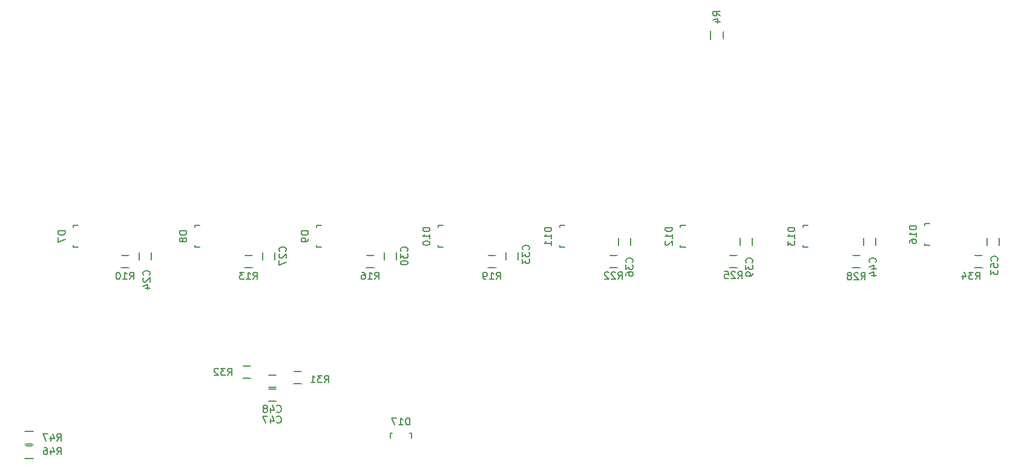
<source format=gbo>
G04 #@! TF.FileFunction,Legend,Bot*
%FSLAX46Y46*%
G04 Gerber Fmt 4.6, Leading zero omitted, Abs format (unit mm)*
G04 Created by KiCad (PCBNEW 4.0.2-stable) date 4/21/2016 10:24:52 PM*
%MOMM*%
G01*
G04 APERTURE LIST*
%ADD10C,0.100000*%
%ADD11C,0.150000*%
%ADD12R,2.300000X2.400000*%
%ADD13C,2.300000*%
%ADD14R,1.650000X1.400000*%
%ADD15R,1.400000X1.650000*%
%ADD16R,1.200100X1.200100*%
%ADD17R,2.432000X2.127200*%
%ADD18O,2.432000X2.127200*%
%ADD19R,2.127200X2.127200*%
%ADD20O,2.127200X2.127200*%
%ADD21R,2.127200X2.432000*%
%ADD22O,2.127200X2.432000*%
%ADD23R,1.700000X1.100000*%
%ADD24R,1.100000X1.700000*%
%ADD25O,2.940000X2.432000*%
%ADD26C,1.924000*%
%ADD27R,2.300000X2.300000*%
%ADD28R,1.670000X1.670000*%
G04 APERTURE END LIST*
D10*
D11*
X29308000Y31948000D02*
X29308000Y30948000D01*
X27608000Y30948000D02*
X27608000Y31948000D01*
X46580000Y31948000D02*
X46580000Y30948000D01*
X44880000Y30948000D02*
X44880000Y31948000D01*
X63598000Y31948000D02*
X63598000Y30948000D01*
X61898000Y30948000D02*
X61898000Y31948000D01*
X80616000Y31948000D02*
X80616000Y30948000D01*
X78916000Y30948000D02*
X78916000Y31948000D01*
X96364000Y33980000D02*
X96364000Y32980000D01*
X94664000Y32980000D02*
X94664000Y33980000D01*
X113382000Y33980000D02*
X113382000Y32980000D01*
X111682000Y32980000D02*
X111682000Y33980000D01*
X130654000Y33980000D02*
X130654000Y32980000D01*
X128954000Y32980000D02*
X128954000Y33980000D01*
X45738000Y12850000D02*
X46738000Y12850000D01*
X46738000Y11150000D02*
X45738000Y11150000D01*
X45738000Y14772000D02*
X46738000Y14772000D01*
X46738000Y13072000D02*
X45738000Y13072000D01*
X147926000Y33980000D02*
X147926000Y32980000D01*
X146226000Y32980000D02*
X146226000Y33980000D01*
X18425000Y32942840D02*
X18425000Y32991100D01*
X19126040Y35741820D02*
X18425000Y35741820D01*
X18425000Y35741820D02*
X18425000Y35492900D01*
X18425000Y32942840D02*
X18425000Y32742180D01*
X18425000Y32742180D02*
X19126040Y32742180D01*
X35427760Y32942840D02*
X35427760Y32991100D01*
X36128800Y35741820D02*
X35427760Y35741820D01*
X35427760Y35741820D02*
X35427760Y35492900D01*
X35427760Y32942840D02*
X35427760Y32742180D01*
X35427760Y32742180D02*
X36128800Y32742180D01*
X52445760Y32942840D02*
X52445760Y32991100D01*
X53146800Y35741820D02*
X52445760Y35741820D01*
X52445760Y35741820D02*
X52445760Y35492900D01*
X52445760Y32942840D02*
X52445760Y32742180D01*
X52445760Y32742180D02*
X53146800Y32742180D01*
X69463760Y32942840D02*
X69463760Y32991100D01*
X70164800Y35741820D02*
X69463760Y35741820D01*
X69463760Y35741820D02*
X69463760Y35492900D01*
X69463760Y32942840D02*
X69463760Y32742180D01*
X69463760Y32742180D02*
X70164800Y32742180D01*
X86481760Y32942840D02*
X86481760Y32991100D01*
X87182800Y35741820D02*
X86481760Y35741820D01*
X86481760Y35741820D02*
X86481760Y35492900D01*
X86481760Y32942840D02*
X86481760Y32742180D01*
X86481760Y32742180D02*
X87182800Y32742180D01*
X103349000Y32942840D02*
X103349000Y32991100D01*
X104050040Y35741820D02*
X103349000Y35741820D01*
X103349000Y35741820D02*
X103349000Y35492900D01*
X103349000Y32942840D02*
X103349000Y32742180D01*
X103349000Y32742180D02*
X104050040Y32742180D01*
X120517760Y32942840D02*
X120517760Y32991100D01*
X121218800Y35741820D02*
X120517760Y35741820D01*
X120517760Y35741820D02*
X120517760Y35492900D01*
X120517760Y32942840D02*
X120517760Y32742180D01*
X120517760Y32742180D02*
X121218800Y32742180D01*
X137535760Y33196840D02*
X137535760Y33245100D01*
X138236800Y35995820D02*
X137535760Y35995820D01*
X137535760Y35995820D02*
X137535760Y35746900D01*
X137535760Y33196840D02*
X137535760Y32996180D01*
X137535760Y32996180D02*
X138236800Y32996180D01*
X62950840Y6650240D02*
X62999100Y6650240D01*
X65749820Y5949200D02*
X65749820Y6650240D01*
X65749820Y6650240D02*
X65500900Y6650240D01*
X62950840Y6650240D02*
X62750180Y6650240D01*
X62750180Y6650240D02*
X62750180Y5949200D01*
X107593000Y63036000D02*
X107593000Y61836000D01*
X109343000Y61836000D02*
X109343000Y63036000D01*
X25064000Y29811000D02*
X26264000Y29811000D01*
X26264000Y31561000D02*
X25064000Y31561000D01*
X42336000Y29811000D02*
X43536000Y29811000D01*
X43536000Y31561000D02*
X42336000Y31561000D01*
X59354000Y29811000D02*
X60554000Y29811000D01*
X60554000Y31561000D02*
X59354000Y31561000D01*
X76372000Y29811000D02*
X77572000Y29811000D01*
X77572000Y31561000D02*
X76372000Y31561000D01*
X93390000Y29811000D02*
X94590000Y29811000D01*
X94590000Y31561000D02*
X93390000Y31561000D01*
X110154000Y29811000D02*
X111354000Y29811000D01*
X111354000Y31561000D02*
X110154000Y31561000D01*
X127360000Y29811000D02*
X128560000Y29811000D01*
X128560000Y31561000D02*
X127360000Y31561000D01*
X50394000Y15305000D02*
X49194000Y15305000D01*
X49194000Y13555000D02*
X50394000Y13555000D01*
X42082000Y14317000D02*
X43282000Y14317000D01*
X43282000Y16067000D02*
X42082000Y16067000D01*
X144444000Y29811000D02*
X145644000Y29811000D01*
X145644000Y31561000D02*
X144444000Y31561000D01*
X12850000Y4875000D02*
X11650000Y4875000D01*
X11650000Y3125000D02*
X12850000Y3125000D01*
X12850000Y6875000D02*
X11650000Y6875000D01*
X11650000Y5125000D02*
X12850000Y5125000D01*
X29069143Y28788857D02*
X29116762Y28836476D01*
X29164381Y28979333D01*
X29164381Y29074571D01*
X29116762Y29217429D01*
X29021524Y29312667D01*
X28926286Y29360286D01*
X28735810Y29407905D01*
X28592952Y29407905D01*
X28402476Y29360286D01*
X28307238Y29312667D01*
X28212000Y29217429D01*
X28164381Y29074571D01*
X28164381Y28979333D01*
X28212000Y28836476D01*
X28259619Y28788857D01*
X28259619Y28407905D02*
X28212000Y28360286D01*
X28164381Y28265048D01*
X28164381Y28026952D01*
X28212000Y27931714D01*
X28259619Y27884095D01*
X28354857Y27836476D01*
X28450095Y27836476D01*
X28592952Y27884095D01*
X29164381Y28455524D01*
X29164381Y27836476D01*
X28497714Y26979333D02*
X29164381Y26979333D01*
X28116762Y27217429D02*
X28831048Y27455524D01*
X28831048Y26836476D01*
X48107143Y32142857D02*
X48154762Y32190476D01*
X48202381Y32333333D01*
X48202381Y32428571D01*
X48154762Y32571429D01*
X48059524Y32666667D01*
X47964286Y32714286D01*
X47773810Y32761905D01*
X47630952Y32761905D01*
X47440476Y32714286D01*
X47345238Y32666667D01*
X47250000Y32571429D01*
X47202381Y32428571D01*
X47202381Y32333333D01*
X47250000Y32190476D01*
X47297619Y32142857D01*
X47297619Y31761905D02*
X47250000Y31714286D01*
X47202381Y31619048D01*
X47202381Y31380952D01*
X47250000Y31285714D01*
X47297619Y31238095D01*
X47392857Y31190476D01*
X47488095Y31190476D01*
X47630952Y31238095D01*
X48202381Y31809524D01*
X48202381Y31190476D01*
X47202381Y30857143D02*
X47202381Y30190476D01*
X48202381Y30619048D01*
X65107143Y32142857D02*
X65154762Y32190476D01*
X65202381Y32333333D01*
X65202381Y32428571D01*
X65154762Y32571429D01*
X65059524Y32666667D01*
X64964286Y32714286D01*
X64773810Y32761905D01*
X64630952Y32761905D01*
X64440476Y32714286D01*
X64345238Y32666667D01*
X64250000Y32571429D01*
X64202381Y32428571D01*
X64202381Y32333333D01*
X64250000Y32190476D01*
X64297619Y32142857D01*
X64202381Y31809524D02*
X64202381Y31190476D01*
X64583333Y31523810D01*
X64583333Y31380952D01*
X64630952Y31285714D01*
X64678571Y31238095D01*
X64773810Y31190476D01*
X65011905Y31190476D01*
X65107143Y31238095D01*
X65154762Y31285714D01*
X65202381Y31380952D01*
X65202381Y31666667D01*
X65154762Y31761905D01*
X65107143Y31809524D01*
X64202381Y30571429D02*
X64202381Y30476190D01*
X64250000Y30380952D01*
X64297619Y30333333D01*
X64392857Y30285714D01*
X64583333Y30238095D01*
X64821429Y30238095D01*
X65011905Y30285714D01*
X65107143Y30333333D01*
X65154762Y30380952D01*
X65202381Y30476190D01*
X65202381Y30571429D01*
X65154762Y30666667D01*
X65107143Y30714286D01*
X65011905Y30761905D01*
X64821429Y30809524D01*
X64583333Y30809524D01*
X64392857Y30761905D01*
X64297619Y30714286D01*
X64250000Y30666667D01*
X64202381Y30571429D01*
X82155143Y32344857D02*
X82202762Y32392476D01*
X82250381Y32535333D01*
X82250381Y32630571D01*
X82202762Y32773429D01*
X82107524Y32868667D01*
X82012286Y32916286D01*
X81821810Y32963905D01*
X81678952Y32963905D01*
X81488476Y32916286D01*
X81393238Y32868667D01*
X81298000Y32773429D01*
X81250381Y32630571D01*
X81250381Y32535333D01*
X81298000Y32392476D01*
X81345619Y32344857D01*
X81250381Y32011524D02*
X81250381Y31392476D01*
X81631333Y31725810D01*
X81631333Y31582952D01*
X81678952Y31487714D01*
X81726571Y31440095D01*
X81821810Y31392476D01*
X82059905Y31392476D01*
X82155143Y31440095D01*
X82202762Y31487714D01*
X82250381Y31582952D01*
X82250381Y31868667D01*
X82202762Y31963905D01*
X82155143Y32011524D01*
X81250381Y31059143D02*
X81250381Y30440095D01*
X81631333Y30773429D01*
X81631333Y30630571D01*
X81678952Y30535333D01*
X81726571Y30487714D01*
X81821810Y30440095D01*
X82059905Y30440095D01*
X82155143Y30487714D01*
X82202762Y30535333D01*
X82250381Y30630571D01*
X82250381Y30916286D01*
X82202762Y31011524D01*
X82155143Y31059143D01*
X96633143Y30566857D02*
X96680762Y30614476D01*
X96728381Y30757333D01*
X96728381Y30852571D01*
X96680762Y30995429D01*
X96585524Y31090667D01*
X96490286Y31138286D01*
X96299810Y31185905D01*
X96156952Y31185905D01*
X95966476Y31138286D01*
X95871238Y31090667D01*
X95776000Y30995429D01*
X95728381Y30852571D01*
X95728381Y30757333D01*
X95776000Y30614476D01*
X95823619Y30566857D01*
X95728381Y30233524D02*
X95728381Y29614476D01*
X96109333Y29947810D01*
X96109333Y29804952D01*
X96156952Y29709714D01*
X96204571Y29662095D01*
X96299810Y29614476D01*
X96537905Y29614476D01*
X96633143Y29662095D01*
X96680762Y29709714D01*
X96728381Y29804952D01*
X96728381Y30090667D01*
X96680762Y30185905D01*
X96633143Y30233524D01*
X95728381Y28757333D02*
X95728381Y28947810D01*
X95776000Y29043048D01*
X95823619Y29090667D01*
X95966476Y29185905D01*
X96156952Y29233524D01*
X96537905Y29233524D01*
X96633143Y29185905D01*
X96680762Y29138286D01*
X96728381Y29043048D01*
X96728381Y28852571D01*
X96680762Y28757333D01*
X96633143Y28709714D01*
X96537905Y28662095D01*
X96299810Y28662095D01*
X96204571Y28709714D01*
X96156952Y28757333D01*
X96109333Y28852571D01*
X96109333Y29043048D01*
X96156952Y29138286D01*
X96204571Y29185905D01*
X96299810Y29233524D01*
X113397143Y30550857D02*
X113444762Y30598476D01*
X113492381Y30741333D01*
X113492381Y30836571D01*
X113444762Y30979429D01*
X113349524Y31074667D01*
X113254286Y31122286D01*
X113063810Y31169905D01*
X112920952Y31169905D01*
X112730476Y31122286D01*
X112635238Y31074667D01*
X112540000Y30979429D01*
X112492381Y30836571D01*
X112492381Y30741333D01*
X112540000Y30598476D01*
X112587619Y30550857D01*
X112492381Y30217524D02*
X112492381Y29598476D01*
X112873333Y29931810D01*
X112873333Y29788952D01*
X112920952Y29693714D01*
X112968571Y29646095D01*
X113063810Y29598476D01*
X113301905Y29598476D01*
X113397143Y29646095D01*
X113444762Y29693714D01*
X113492381Y29788952D01*
X113492381Y30074667D01*
X113444762Y30169905D01*
X113397143Y30217524D01*
X113492381Y29122286D02*
X113492381Y28931810D01*
X113444762Y28836571D01*
X113397143Y28788952D01*
X113254286Y28693714D01*
X113063810Y28646095D01*
X112682857Y28646095D01*
X112587619Y28693714D01*
X112540000Y28741333D01*
X112492381Y28836571D01*
X112492381Y29027048D01*
X112540000Y29122286D01*
X112587619Y29169905D01*
X112682857Y29217524D01*
X112920952Y29217524D01*
X113016190Y29169905D01*
X113063810Y29122286D01*
X113111429Y29027048D01*
X113111429Y28836571D01*
X113063810Y28741333D01*
X113016190Y28693714D01*
X112920952Y28646095D01*
X130669143Y30566857D02*
X130716762Y30614476D01*
X130764381Y30757333D01*
X130764381Y30852571D01*
X130716762Y30995429D01*
X130621524Y31090667D01*
X130526286Y31138286D01*
X130335810Y31185905D01*
X130192952Y31185905D01*
X130002476Y31138286D01*
X129907238Y31090667D01*
X129812000Y30995429D01*
X129764381Y30852571D01*
X129764381Y30757333D01*
X129812000Y30614476D01*
X129859619Y30566857D01*
X130097714Y29709714D02*
X130764381Y29709714D01*
X129716762Y29947810D02*
X130431048Y30185905D01*
X130431048Y29566857D01*
X130097714Y28757333D02*
X130764381Y28757333D01*
X129716762Y28995429D02*
X130431048Y29233524D01*
X130431048Y28614476D01*
X46892857Y8142857D02*
X46940476Y8095238D01*
X47083333Y8047619D01*
X47178571Y8047619D01*
X47321429Y8095238D01*
X47416667Y8190476D01*
X47464286Y8285714D01*
X47511905Y8476190D01*
X47511905Y8619048D01*
X47464286Y8809524D01*
X47416667Y8904762D01*
X47321429Y9000000D01*
X47178571Y9047619D01*
X47083333Y9047619D01*
X46940476Y9000000D01*
X46892857Y8952381D01*
X46035714Y8714286D02*
X46035714Y8047619D01*
X46273810Y9095238D02*
X46511905Y8380952D01*
X45892857Y8380952D01*
X45607143Y9047619D02*
X44940476Y9047619D01*
X45369048Y8047619D01*
X46892857Y9642857D02*
X46940476Y9595238D01*
X47083333Y9547619D01*
X47178571Y9547619D01*
X47321429Y9595238D01*
X47416667Y9690476D01*
X47464286Y9785714D01*
X47511905Y9976190D01*
X47511905Y10119048D01*
X47464286Y10309524D01*
X47416667Y10404762D01*
X47321429Y10500000D01*
X47178571Y10547619D01*
X47083333Y10547619D01*
X46940476Y10500000D01*
X46892857Y10452381D01*
X46035714Y10214286D02*
X46035714Y9547619D01*
X46273810Y10595238D02*
X46511905Y9880952D01*
X45892857Y9880952D01*
X45369048Y10119048D02*
X45464286Y10166667D01*
X45511905Y10214286D01*
X45559524Y10309524D01*
X45559524Y10357143D01*
X45511905Y10452381D01*
X45464286Y10500000D01*
X45369048Y10547619D01*
X45178571Y10547619D01*
X45083333Y10500000D01*
X45035714Y10452381D01*
X44988095Y10357143D01*
X44988095Y10309524D01*
X45035714Y10214286D01*
X45083333Y10166667D01*
X45178571Y10119048D01*
X45369048Y10119048D01*
X45464286Y10071429D01*
X45511905Y10023810D01*
X45559524Y9928571D01*
X45559524Y9738095D01*
X45511905Y9642857D01*
X45464286Y9595238D01*
X45369048Y9547619D01*
X45178571Y9547619D01*
X45083333Y9595238D01*
X45035714Y9642857D01*
X44988095Y9738095D01*
X44988095Y9928571D01*
X45035714Y10023810D01*
X45083333Y10071429D01*
X45178571Y10119048D01*
X147687143Y30804857D02*
X147734762Y30852476D01*
X147782381Y30995333D01*
X147782381Y31090571D01*
X147734762Y31233429D01*
X147639524Y31328667D01*
X147544286Y31376286D01*
X147353810Y31423905D01*
X147210952Y31423905D01*
X147020476Y31376286D01*
X146925238Y31328667D01*
X146830000Y31233429D01*
X146782381Y31090571D01*
X146782381Y30995333D01*
X146830000Y30852476D01*
X146877619Y30804857D01*
X146782381Y29900095D02*
X146782381Y30376286D01*
X147258571Y30423905D01*
X147210952Y30376286D01*
X147163333Y30281048D01*
X147163333Y30042952D01*
X147210952Y29947714D01*
X147258571Y29900095D01*
X147353810Y29852476D01*
X147591905Y29852476D01*
X147687143Y29900095D01*
X147734762Y29947714D01*
X147782381Y30042952D01*
X147782381Y30281048D01*
X147734762Y30376286D01*
X147687143Y30423905D01*
X146782381Y29519143D02*
X146782381Y28900095D01*
X147163333Y29233429D01*
X147163333Y29090571D01*
X147210952Y28995333D01*
X147258571Y28947714D01*
X147353810Y28900095D01*
X147591905Y28900095D01*
X147687143Y28947714D01*
X147734762Y28995333D01*
X147782381Y29090571D01*
X147782381Y29376286D01*
X147734762Y29471524D01*
X147687143Y29519143D01*
X17277621Y34980095D02*
X16277621Y34980095D01*
X16277621Y34742000D01*
X16325240Y34599142D01*
X16420478Y34503904D01*
X16515716Y34456285D01*
X16706192Y34408666D01*
X16849050Y34408666D01*
X17039526Y34456285D01*
X17134764Y34503904D01*
X17230002Y34599142D01*
X17277621Y34742000D01*
X17277621Y34980095D01*
X16277621Y34075333D02*
X16277621Y33408666D01*
X17277621Y33837238D01*
X34280381Y34980095D02*
X33280381Y34980095D01*
X33280381Y34742000D01*
X33328000Y34599142D01*
X33423238Y34503904D01*
X33518476Y34456285D01*
X33708952Y34408666D01*
X33851810Y34408666D01*
X34042286Y34456285D01*
X34137524Y34503904D01*
X34232762Y34599142D01*
X34280381Y34742000D01*
X34280381Y34980095D01*
X33708952Y33837238D02*
X33661333Y33932476D01*
X33613714Y33980095D01*
X33518476Y34027714D01*
X33470857Y34027714D01*
X33375619Y33980095D01*
X33328000Y33932476D01*
X33280381Y33837238D01*
X33280381Y33646761D01*
X33328000Y33551523D01*
X33375619Y33503904D01*
X33470857Y33456285D01*
X33518476Y33456285D01*
X33613714Y33503904D01*
X33661333Y33551523D01*
X33708952Y33646761D01*
X33708952Y33837238D01*
X33756571Y33932476D01*
X33804190Y33980095D01*
X33899429Y34027714D01*
X34089905Y34027714D01*
X34185143Y33980095D01*
X34232762Y33932476D01*
X34280381Y33837238D01*
X34280381Y33646761D01*
X34232762Y33551523D01*
X34185143Y33503904D01*
X34089905Y33456285D01*
X33899429Y33456285D01*
X33804190Y33503904D01*
X33756571Y33551523D01*
X33708952Y33646761D01*
X51298381Y34980095D02*
X50298381Y34980095D01*
X50298381Y34742000D01*
X50346000Y34599142D01*
X50441238Y34503904D01*
X50536476Y34456285D01*
X50726952Y34408666D01*
X50869810Y34408666D01*
X51060286Y34456285D01*
X51155524Y34503904D01*
X51250762Y34599142D01*
X51298381Y34742000D01*
X51298381Y34980095D01*
X51298381Y33932476D02*
X51298381Y33742000D01*
X51250762Y33646761D01*
X51203143Y33599142D01*
X51060286Y33503904D01*
X50869810Y33456285D01*
X50488857Y33456285D01*
X50393619Y33503904D01*
X50346000Y33551523D01*
X50298381Y33646761D01*
X50298381Y33837238D01*
X50346000Y33932476D01*
X50393619Y33980095D01*
X50488857Y34027714D01*
X50726952Y34027714D01*
X50822190Y33980095D01*
X50869810Y33932476D01*
X50917429Y33837238D01*
X50917429Y33646761D01*
X50869810Y33551523D01*
X50822190Y33503904D01*
X50726952Y33456285D01*
X68316381Y35456286D02*
X67316381Y35456286D01*
X67316381Y35218191D01*
X67364000Y35075333D01*
X67459238Y34980095D01*
X67554476Y34932476D01*
X67744952Y34884857D01*
X67887810Y34884857D01*
X68078286Y34932476D01*
X68173524Y34980095D01*
X68268762Y35075333D01*
X68316381Y35218191D01*
X68316381Y35456286D01*
X68316381Y33932476D02*
X68316381Y34503905D01*
X68316381Y34218191D02*
X67316381Y34218191D01*
X67459238Y34313429D01*
X67554476Y34408667D01*
X67602095Y34503905D01*
X67316381Y33313429D02*
X67316381Y33218190D01*
X67364000Y33122952D01*
X67411619Y33075333D01*
X67506857Y33027714D01*
X67697333Y32980095D01*
X67935429Y32980095D01*
X68125905Y33027714D01*
X68221143Y33075333D01*
X68268762Y33122952D01*
X68316381Y33218190D01*
X68316381Y33313429D01*
X68268762Y33408667D01*
X68221143Y33456286D01*
X68125905Y33503905D01*
X67935429Y33551524D01*
X67697333Y33551524D01*
X67506857Y33503905D01*
X67411619Y33456286D01*
X67364000Y33408667D01*
X67316381Y33313429D01*
X85334381Y35456286D02*
X84334381Y35456286D01*
X84334381Y35218191D01*
X84382000Y35075333D01*
X84477238Y34980095D01*
X84572476Y34932476D01*
X84762952Y34884857D01*
X84905810Y34884857D01*
X85096286Y34932476D01*
X85191524Y34980095D01*
X85286762Y35075333D01*
X85334381Y35218191D01*
X85334381Y35456286D01*
X85334381Y33932476D02*
X85334381Y34503905D01*
X85334381Y34218191D02*
X84334381Y34218191D01*
X84477238Y34313429D01*
X84572476Y34408667D01*
X84620095Y34503905D01*
X85334381Y32980095D02*
X85334381Y33551524D01*
X85334381Y33265810D02*
X84334381Y33265810D01*
X84477238Y33361048D01*
X84572476Y33456286D01*
X84620095Y33551524D01*
X102201621Y35456286D02*
X101201621Y35456286D01*
X101201621Y35218191D01*
X101249240Y35075333D01*
X101344478Y34980095D01*
X101439716Y34932476D01*
X101630192Y34884857D01*
X101773050Y34884857D01*
X101963526Y34932476D01*
X102058764Y34980095D01*
X102154002Y35075333D01*
X102201621Y35218191D01*
X102201621Y35456286D01*
X102201621Y33932476D02*
X102201621Y34503905D01*
X102201621Y34218191D02*
X101201621Y34218191D01*
X101344478Y34313429D01*
X101439716Y34408667D01*
X101487335Y34503905D01*
X101296859Y33551524D02*
X101249240Y33503905D01*
X101201621Y33408667D01*
X101201621Y33170571D01*
X101249240Y33075333D01*
X101296859Y33027714D01*
X101392097Y32980095D01*
X101487335Y32980095D01*
X101630192Y33027714D01*
X102201621Y33599143D01*
X102201621Y32980095D01*
X119370381Y35456286D02*
X118370381Y35456286D01*
X118370381Y35218191D01*
X118418000Y35075333D01*
X118513238Y34980095D01*
X118608476Y34932476D01*
X118798952Y34884857D01*
X118941810Y34884857D01*
X119132286Y34932476D01*
X119227524Y34980095D01*
X119322762Y35075333D01*
X119370381Y35218191D01*
X119370381Y35456286D01*
X119370381Y33932476D02*
X119370381Y34503905D01*
X119370381Y34218191D02*
X118370381Y34218191D01*
X118513238Y34313429D01*
X118608476Y34408667D01*
X118656095Y34503905D01*
X118370381Y33599143D02*
X118370381Y32980095D01*
X118751333Y33313429D01*
X118751333Y33170571D01*
X118798952Y33075333D01*
X118846571Y33027714D01*
X118941810Y32980095D01*
X119179905Y32980095D01*
X119275143Y33027714D01*
X119322762Y33075333D01*
X119370381Y33170571D01*
X119370381Y33456286D01*
X119322762Y33551524D01*
X119275143Y33599143D01*
X136388381Y35710286D02*
X135388381Y35710286D01*
X135388381Y35472191D01*
X135436000Y35329333D01*
X135531238Y35234095D01*
X135626476Y35186476D01*
X135816952Y35138857D01*
X135959810Y35138857D01*
X136150286Y35186476D01*
X136245524Y35234095D01*
X136340762Y35329333D01*
X136388381Y35472191D01*
X136388381Y35710286D01*
X136388381Y34186476D02*
X136388381Y34757905D01*
X136388381Y34472191D02*
X135388381Y34472191D01*
X135531238Y34567429D01*
X135626476Y34662667D01*
X135674095Y34757905D01*
X135388381Y33329333D02*
X135388381Y33519810D01*
X135436000Y33615048D01*
X135483619Y33662667D01*
X135626476Y33757905D01*
X135816952Y33805524D01*
X136197905Y33805524D01*
X136293143Y33757905D01*
X136340762Y33710286D01*
X136388381Y33615048D01*
X136388381Y33424571D01*
X136340762Y33329333D01*
X136293143Y33281714D01*
X136197905Y33234095D01*
X135959810Y33234095D01*
X135864571Y33281714D01*
X135816952Y33329333D01*
X135769333Y33424571D01*
X135769333Y33615048D01*
X135816952Y33710286D01*
X135864571Y33757905D01*
X135959810Y33805524D01*
X65464286Y7797619D02*
X65464286Y8797619D01*
X65226191Y8797619D01*
X65083333Y8750000D01*
X64988095Y8654762D01*
X64940476Y8559524D01*
X64892857Y8369048D01*
X64892857Y8226190D01*
X64940476Y8035714D01*
X64988095Y7940476D01*
X65083333Y7845238D01*
X65226191Y7797619D01*
X65464286Y7797619D01*
X63940476Y7797619D02*
X64511905Y7797619D01*
X64226191Y7797619D02*
X64226191Y8797619D01*
X64321429Y8654762D01*
X64416667Y8559524D01*
X64511905Y8511905D01*
X63607143Y8797619D02*
X62940476Y8797619D01*
X63369048Y7797619D01*
X108920381Y65142666D02*
X108444190Y65476000D01*
X108920381Y65714095D02*
X107920381Y65714095D01*
X107920381Y65333142D01*
X107968000Y65237904D01*
X108015619Y65190285D01*
X108110857Y65142666D01*
X108253714Y65142666D01*
X108348952Y65190285D01*
X108396571Y65237904D01*
X108444190Y65333142D01*
X108444190Y65714095D01*
X108253714Y64285523D02*
X108920381Y64285523D01*
X107872762Y64523619D02*
X108587048Y64761714D01*
X108587048Y64142666D01*
X26306857Y28201619D02*
X26640191Y28677810D01*
X26878286Y28201619D02*
X26878286Y29201619D01*
X26497333Y29201619D01*
X26402095Y29154000D01*
X26354476Y29106381D01*
X26306857Y29011143D01*
X26306857Y28868286D01*
X26354476Y28773048D01*
X26402095Y28725429D01*
X26497333Y28677810D01*
X26878286Y28677810D01*
X25354476Y28201619D02*
X25925905Y28201619D01*
X25640191Y28201619D02*
X25640191Y29201619D01*
X25735429Y29058762D01*
X25830667Y28963524D01*
X25925905Y28915905D01*
X24735429Y29201619D02*
X24640190Y29201619D01*
X24544952Y29154000D01*
X24497333Y29106381D01*
X24449714Y29011143D01*
X24402095Y28820667D01*
X24402095Y28582571D01*
X24449714Y28392095D01*
X24497333Y28296857D01*
X24544952Y28249238D01*
X24640190Y28201619D01*
X24735429Y28201619D01*
X24830667Y28249238D01*
X24878286Y28296857D01*
X24925905Y28392095D01*
X24973524Y28582571D01*
X24973524Y28820667D01*
X24925905Y29011143D01*
X24878286Y29106381D01*
X24830667Y29154000D01*
X24735429Y29201619D01*
X43578857Y28201619D02*
X43912191Y28677810D01*
X44150286Y28201619D02*
X44150286Y29201619D01*
X43769333Y29201619D01*
X43674095Y29154000D01*
X43626476Y29106381D01*
X43578857Y29011143D01*
X43578857Y28868286D01*
X43626476Y28773048D01*
X43674095Y28725429D01*
X43769333Y28677810D01*
X44150286Y28677810D01*
X42626476Y28201619D02*
X43197905Y28201619D01*
X42912191Y28201619D02*
X42912191Y29201619D01*
X43007429Y29058762D01*
X43102667Y28963524D01*
X43197905Y28915905D01*
X42293143Y29201619D02*
X41674095Y29201619D01*
X42007429Y28820667D01*
X41864571Y28820667D01*
X41769333Y28773048D01*
X41721714Y28725429D01*
X41674095Y28630190D01*
X41674095Y28392095D01*
X41721714Y28296857D01*
X41769333Y28249238D01*
X41864571Y28201619D01*
X42150286Y28201619D01*
X42245524Y28249238D01*
X42293143Y28296857D01*
X60596857Y28201619D02*
X60930191Y28677810D01*
X61168286Y28201619D02*
X61168286Y29201619D01*
X60787333Y29201619D01*
X60692095Y29154000D01*
X60644476Y29106381D01*
X60596857Y29011143D01*
X60596857Y28868286D01*
X60644476Y28773048D01*
X60692095Y28725429D01*
X60787333Y28677810D01*
X61168286Y28677810D01*
X59644476Y28201619D02*
X60215905Y28201619D01*
X59930191Y28201619D02*
X59930191Y29201619D01*
X60025429Y29058762D01*
X60120667Y28963524D01*
X60215905Y28915905D01*
X58787333Y29201619D02*
X58977810Y29201619D01*
X59073048Y29154000D01*
X59120667Y29106381D01*
X59215905Y28963524D01*
X59263524Y28773048D01*
X59263524Y28392095D01*
X59215905Y28296857D01*
X59168286Y28249238D01*
X59073048Y28201619D01*
X58882571Y28201619D01*
X58787333Y28249238D01*
X58739714Y28296857D01*
X58692095Y28392095D01*
X58692095Y28630190D01*
X58739714Y28725429D01*
X58787333Y28773048D01*
X58882571Y28820667D01*
X59073048Y28820667D01*
X59168286Y28773048D01*
X59215905Y28725429D01*
X59263524Y28630190D01*
X77614857Y28201619D02*
X77948191Y28677810D01*
X78186286Y28201619D02*
X78186286Y29201619D01*
X77805333Y29201619D01*
X77710095Y29154000D01*
X77662476Y29106381D01*
X77614857Y29011143D01*
X77614857Y28868286D01*
X77662476Y28773048D01*
X77710095Y28725429D01*
X77805333Y28677810D01*
X78186286Y28677810D01*
X76662476Y28201619D02*
X77233905Y28201619D01*
X76948191Y28201619D02*
X76948191Y29201619D01*
X77043429Y29058762D01*
X77138667Y28963524D01*
X77233905Y28915905D01*
X76186286Y28201619D02*
X75995810Y28201619D01*
X75900571Y28249238D01*
X75852952Y28296857D01*
X75757714Y28439714D01*
X75710095Y28630190D01*
X75710095Y29011143D01*
X75757714Y29106381D01*
X75805333Y29154000D01*
X75900571Y29201619D01*
X76091048Y29201619D01*
X76186286Y29154000D01*
X76233905Y29106381D01*
X76281524Y29011143D01*
X76281524Y28773048D01*
X76233905Y28677810D01*
X76186286Y28630190D01*
X76091048Y28582571D01*
X75900571Y28582571D01*
X75805333Y28630190D01*
X75757714Y28677810D01*
X75710095Y28773048D01*
X94632857Y28232836D02*
X94966191Y28709027D01*
X95204286Y28232836D02*
X95204286Y29232836D01*
X94823333Y29232836D01*
X94728095Y29185217D01*
X94680476Y29137598D01*
X94632857Y29042360D01*
X94632857Y28899503D01*
X94680476Y28804265D01*
X94728095Y28756646D01*
X94823333Y28709027D01*
X95204286Y28709027D01*
X94251905Y29137598D02*
X94204286Y29185217D01*
X94109048Y29232836D01*
X93870952Y29232836D01*
X93775714Y29185217D01*
X93728095Y29137598D01*
X93680476Y29042360D01*
X93680476Y28947122D01*
X93728095Y28804265D01*
X94299524Y28232836D01*
X93680476Y28232836D01*
X93299524Y29137598D02*
X93251905Y29185217D01*
X93156667Y29232836D01*
X92918571Y29232836D01*
X92823333Y29185217D01*
X92775714Y29137598D01*
X92728095Y29042360D01*
X92728095Y28947122D01*
X92775714Y28804265D01*
X93347143Y28232836D01*
X92728095Y28232836D01*
X111396857Y28303772D02*
X111730191Y28779963D01*
X111968286Y28303772D02*
X111968286Y29303772D01*
X111587333Y29303772D01*
X111492095Y29256153D01*
X111444476Y29208534D01*
X111396857Y29113296D01*
X111396857Y28970439D01*
X111444476Y28875201D01*
X111492095Y28827582D01*
X111587333Y28779963D01*
X111968286Y28779963D01*
X111015905Y29208534D02*
X110968286Y29256153D01*
X110873048Y29303772D01*
X110634952Y29303772D01*
X110539714Y29256153D01*
X110492095Y29208534D01*
X110444476Y29113296D01*
X110444476Y29018058D01*
X110492095Y28875201D01*
X111063524Y28303772D01*
X110444476Y28303772D01*
X109539714Y29303772D02*
X110015905Y29303772D01*
X110063524Y28827582D01*
X110015905Y28875201D01*
X109920667Y28922820D01*
X109682571Y28922820D01*
X109587333Y28875201D01*
X109539714Y28827582D01*
X109492095Y28732343D01*
X109492095Y28494248D01*
X109539714Y28399010D01*
X109587333Y28351391D01*
X109682571Y28303772D01*
X109920667Y28303772D01*
X110015905Y28351391D01*
X110063524Y28399010D01*
X128602857Y28140549D02*
X128936191Y28616740D01*
X129174286Y28140549D02*
X129174286Y29140549D01*
X128793333Y29140549D01*
X128698095Y29092930D01*
X128650476Y29045311D01*
X128602857Y28950073D01*
X128602857Y28807216D01*
X128650476Y28711978D01*
X128698095Y28664359D01*
X128793333Y28616740D01*
X129174286Y28616740D01*
X128221905Y29045311D02*
X128174286Y29092930D01*
X128079048Y29140549D01*
X127840952Y29140549D01*
X127745714Y29092930D01*
X127698095Y29045311D01*
X127650476Y28950073D01*
X127650476Y28854835D01*
X127698095Y28711978D01*
X128269524Y28140549D01*
X127650476Y28140549D01*
X127079048Y28711978D02*
X127174286Y28759597D01*
X127221905Y28807216D01*
X127269524Y28902454D01*
X127269524Y28950073D01*
X127221905Y29045311D01*
X127174286Y29092930D01*
X127079048Y29140549D01*
X126888571Y29140549D01*
X126793333Y29092930D01*
X126745714Y29045311D01*
X126698095Y28950073D01*
X126698095Y28902454D01*
X126745714Y28807216D01*
X126793333Y28759597D01*
X126888571Y28711978D01*
X127079048Y28711978D01*
X127174286Y28664359D01*
X127221905Y28616740D01*
X127269524Y28521501D01*
X127269524Y28331025D01*
X127221905Y28235787D01*
X127174286Y28188168D01*
X127079048Y28140549D01*
X126888571Y28140549D01*
X126793333Y28188168D01*
X126745714Y28235787D01*
X126698095Y28331025D01*
X126698095Y28521501D01*
X126745714Y28616740D01*
X126793333Y28664359D01*
X126888571Y28711978D01*
X53550857Y13723619D02*
X53884191Y14199810D01*
X54122286Y13723619D02*
X54122286Y14723619D01*
X53741333Y14723619D01*
X53646095Y14676000D01*
X53598476Y14628381D01*
X53550857Y14533143D01*
X53550857Y14390286D01*
X53598476Y14295048D01*
X53646095Y14247429D01*
X53741333Y14199810D01*
X54122286Y14199810D01*
X53217524Y14723619D02*
X52598476Y14723619D01*
X52931810Y14342667D01*
X52788952Y14342667D01*
X52693714Y14295048D01*
X52646095Y14247429D01*
X52598476Y14152190D01*
X52598476Y13914095D01*
X52646095Y13818857D01*
X52693714Y13771238D01*
X52788952Y13723619D01*
X53074667Y13723619D01*
X53169905Y13771238D01*
X53217524Y13818857D01*
X51646095Y13723619D02*
X52217524Y13723619D01*
X51931810Y13723619D02*
X51931810Y14723619D01*
X52027048Y14580762D01*
X52122286Y14485524D01*
X52217524Y14437905D01*
X40022857Y14739619D02*
X40356191Y15215810D01*
X40594286Y14739619D02*
X40594286Y15739619D01*
X40213333Y15739619D01*
X40118095Y15692000D01*
X40070476Y15644381D01*
X40022857Y15549143D01*
X40022857Y15406286D01*
X40070476Y15311048D01*
X40118095Y15263429D01*
X40213333Y15215810D01*
X40594286Y15215810D01*
X39689524Y15739619D02*
X39070476Y15739619D01*
X39403810Y15358667D01*
X39260952Y15358667D01*
X39165714Y15311048D01*
X39118095Y15263429D01*
X39070476Y15168190D01*
X39070476Y14930095D01*
X39118095Y14834857D01*
X39165714Y14787238D01*
X39260952Y14739619D01*
X39546667Y14739619D01*
X39641905Y14787238D01*
X39689524Y14834857D01*
X38689524Y15644381D02*
X38641905Y15692000D01*
X38546667Y15739619D01*
X38308571Y15739619D01*
X38213333Y15692000D01*
X38165714Y15644381D01*
X38118095Y15549143D01*
X38118095Y15453905D01*
X38165714Y15311048D01*
X38737143Y14739619D01*
X38118095Y14739619D01*
X144642857Y28201619D02*
X144976191Y28677810D01*
X145214286Y28201619D02*
X145214286Y29201619D01*
X144833333Y29201619D01*
X144738095Y29154000D01*
X144690476Y29106381D01*
X144642857Y29011143D01*
X144642857Y28868286D01*
X144690476Y28773048D01*
X144738095Y28725429D01*
X144833333Y28677810D01*
X145214286Y28677810D01*
X144309524Y29201619D02*
X143690476Y29201619D01*
X144023810Y28820667D01*
X143880952Y28820667D01*
X143785714Y28773048D01*
X143738095Y28725429D01*
X143690476Y28630190D01*
X143690476Y28392095D01*
X143738095Y28296857D01*
X143785714Y28249238D01*
X143880952Y28201619D01*
X144166667Y28201619D01*
X144261905Y28249238D01*
X144309524Y28296857D01*
X142833333Y28868286D02*
X142833333Y28201619D01*
X143071429Y29249238D02*
X143309524Y28534952D01*
X142690476Y28534952D01*
X16142857Y3647620D02*
X16476191Y4123811D01*
X16714286Y3647620D02*
X16714286Y4647620D01*
X16333333Y4647620D01*
X16238095Y4600001D01*
X16190476Y4552382D01*
X16142857Y4457144D01*
X16142857Y4314287D01*
X16190476Y4219049D01*
X16238095Y4171430D01*
X16333333Y4123811D01*
X16714286Y4123811D01*
X15285714Y4314287D02*
X15285714Y3647620D01*
X15523810Y4695239D02*
X15761905Y3980953D01*
X15142857Y3980953D01*
X14333333Y4647620D02*
X14523810Y4647620D01*
X14619048Y4600001D01*
X14666667Y4552382D01*
X14761905Y4409525D01*
X14809524Y4219049D01*
X14809524Y3838096D01*
X14761905Y3742858D01*
X14714286Y3695239D01*
X14619048Y3647620D01*
X14428571Y3647620D01*
X14333333Y3695239D01*
X14285714Y3742858D01*
X14238095Y3838096D01*
X14238095Y4076191D01*
X14285714Y4171430D01*
X14333333Y4219049D01*
X14428571Y4266668D01*
X14619048Y4266668D01*
X14714286Y4219049D01*
X14761905Y4171430D01*
X14809524Y4076191D01*
X16142857Y5547619D02*
X16476191Y6023810D01*
X16714286Y5547619D02*
X16714286Y6547619D01*
X16333333Y6547619D01*
X16238095Y6500000D01*
X16190476Y6452381D01*
X16142857Y6357143D01*
X16142857Y6214286D01*
X16190476Y6119048D01*
X16238095Y6071429D01*
X16333333Y6023810D01*
X16714286Y6023810D01*
X15285714Y6214286D02*
X15285714Y5547619D01*
X15523810Y6595238D02*
X15761905Y5880952D01*
X15142857Y5880952D01*
X14857143Y6547619D02*
X14190476Y6547619D01*
X14619048Y5547619D01*
%LPC*%
D12*
X45540000Y18000000D03*
D13*
X43000000Y18000000D03*
D14*
X28458000Y30448000D03*
X28458000Y32448000D03*
X45730000Y30448000D03*
X45730000Y32448000D03*
X62748000Y30448000D03*
X62748000Y32448000D03*
X79766000Y30448000D03*
X79766000Y32448000D03*
X95514000Y32480000D03*
X95514000Y34480000D03*
X112532000Y32480000D03*
X112532000Y34480000D03*
X129804000Y32480000D03*
X129804000Y34480000D03*
D15*
X47238000Y12000000D03*
X45238000Y12000000D03*
X47238000Y13922000D03*
X45238000Y13922000D03*
D14*
X147076000Y32480000D03*
X147076000Y34480000D03*
D16*
X20076000Y35192000D03*
X20076000Y33292000D03*
X18077020Y34242000D03*
X37078760Y35192000D03*
X37078760Y33292000D03*
X35079780Y34242000D03*
X54096760Y35192000D03*
X54096760Y33292000D03*
X52097780Y34242000D03*
X71114760Y35192000D03*
X71114760Y33292000D03*
X69115780Y34242000D03*
X88132760Y35192000D03*
X88132760Y33292000D03*
X86133780Y34242000D03*
X105000000Y35192000D03*
X105000000Y33292000D03*
X103001020Y34242000D03*
X122168760Y35192000D03*
X122168760Y33292000D03*
X120169780Y34242000D03*
D12*
X48960000Y18000000D03*
D13*
X51500000Y18000000D03*
D16*
X139186760Y35446000D03*
X139186760Y33546000D03*
X137187780Y34496000D03*
X65200000Y4999240D03*
X63300000Y4999240D03*
X64250000Y6998220D03*
D17*
X5000000Y12000000D03*
D18*
X5000000Y9460000D03*
X5000000Y6920000D03*
X5000000Y4380000D03*
D19*
X118960000Y8750000D03*
D20*
X118960000Y11290000D03*
X121500000Y8750000D03*
X121500000Y11290000D03*
X124040000Y8750000D03*
X124040000Y11290000D03*
D21*
X118960000Y5250000D03*
D22*
X121500000Y5250000D03*
X124040000Y5250000D03*
D17*
X146000000Y12000000D03*
D18*
X146000000Y9460000D03*
X146000000Y6920000D03*
X146000000Y4380000D03*
D23*
X108468000Y61486000D03*
X108468000Y63386000D03*
D24*
X26614000Y30686000D03*
X24714000Y30686000D03*
X43886000Y30686000D03*
X41986000Y30686000D03*
X60904000Y30686000D03*
X59004000Y30686000D03*
X77922000Y30686000D03*
X76022000Y30686000D03*
X94940000Y30686000D03*
X93040000Y30686000D03*
X111704000Y30686000D03*
X109804000Y30686000D03*
X128910000Y30686000D03*
X127010000Y30686000D03*
X48844000Y14430000D03*
X50744000Y14430000D03*
X43632000Y15192000D03*
X41732000Y15192000D03*
X145994000Y30686000D03*
X144094000Y30686000D03*
D25*
X51250000Y9096000D03*
X51250000Y6556000D03*
X51250000Y11636000D03*
D17*
X5000000Y22080000D03*
D18*
X5000000Y19540000D03*
X5000000Y17000000D03*
D26*
X14080000Y9460000D03*
X14080000Y9460000D03*
X14080000Y12000000D03*
X14080000Y12000000D03*
X14080000Y19620000D03*
X14080000Y19620000D03*
X9000000Y19620000D03*
X9000000Y19620000D03*
X9000000Y12000000D03*
X9000000Y12000000D03*
X9000000Y9460000D03*
X9000000Y9460000D03*
D13*
X21997460Y39000000D03*
D27*
X21997460Y31000000D03*
D13*
X38997460Y39000000D03*
D27*
X38997460Y31000000D03*
D13*
X55997460Y39000000D03*
D27*
X55997460Y31000000D03*
D13*
X72997460Y39000000D03*
D27*
X72997460Y31000000D03*
D13*
X89997460Y39000000D03*
D27*
X89997460Y31000000D03*
D13*
X106997460Y39000000D03*
D27*
X106997460Y31000000D03*
D13*
X123997460Y39000000D03*
D27*
X123997460Y31000000D03*
D13*
X140997460Y39000000D03*
D27*
X140997460Y31000000D03*
X24500000Y36040000D03*
D13*
X24500000Y33500000D03*
D27*
X41500000Y36040000D03*
D13*
X41500000Y33500000D03*
D27*
X58500000Y36040000D03*
D13*
X58500000Y33500000D03*
D27*
X75500000Y36040000D03*
D13*
X75500000Y33500000D03*
D27*
X92500000Y36040000D03*
D13*
X92500000Y33500000D03*
D27*
X109500000Y36040000D03*
D13*
X109500000Y33500000D03*
D27*
X143500000Y36040000D03*
D13*
X143500000Y33500000D03*
D27*
X126500000Y36040000D03*
D13*
X126500000Y33500000D03*
D28*
X101264000Y19348000D03*
X103804000Y19348000D03*
X106344000Y19348000D03*
D24*
X11300000Y4000000D03*
X13200000Y4000000D03*
X11300000Y6000000D03*
X13200000Y6000000D03*
M02*

</source>
